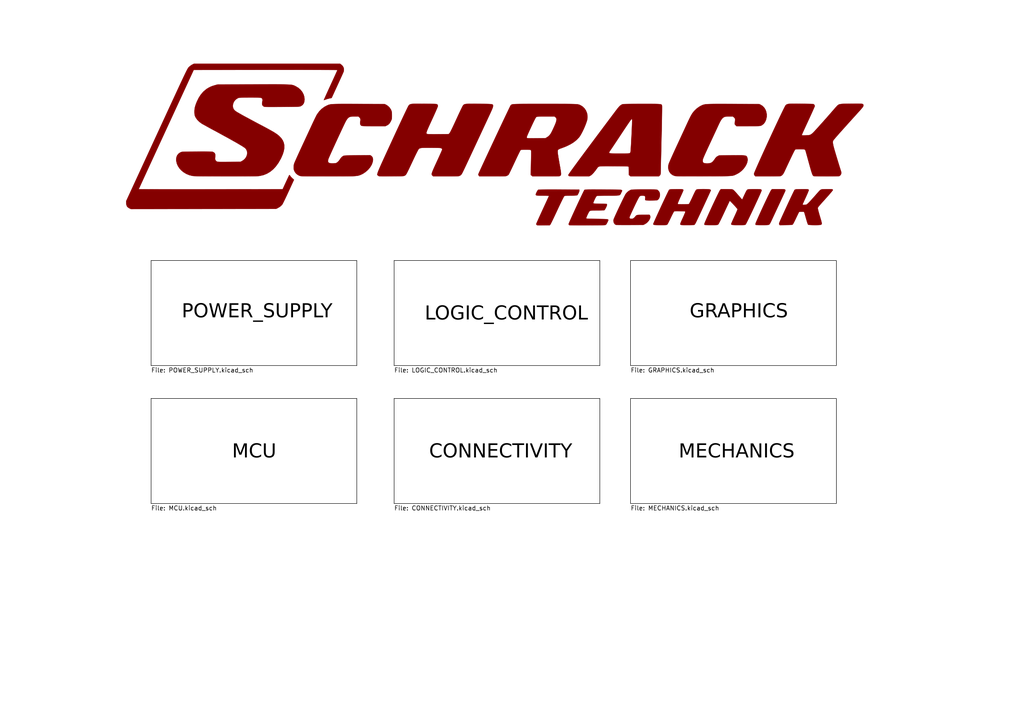
<source format=kicad_sch>
(kicad_sch (version 20231120) (generator "eeschema") (generator_version "8.0")
  (paper "A4")
  (title_block (title "SchrackStopwatch") (date "2024-08-14") (rev "v.1.0.0") (company "SPS NA PROSEKU") (comment 1 "SAVVA POPOV"))
  (lib_symbols
    (symbol "SCHRACK:LOGO" (pin_names (offset 1.016)))
  )
  (symbol (lib_id "SCHRACK:LOGO") (at 143.51 41.91 0) (unit 1)
    (property "Reference" "#G1" (effects (hide yes)))
    (property "Value" "LOGO" (effects (hide yes)))
  )
  (sheet (at 182.88 115.57) (size 59.69 30.48) (stroke (width 0.1524) (color 0 0 0 1)) (fill (color 255 255 255 1.0000))
    (property "Sheetname" "MECHANICS" (at 196.85 133.35 0) (effects (font (size 4 4)) (justify left bottom)))
    (property "Sheetfile" "MECHANICS.kicad_sch" (at 182.88 146.6346 0) (effects (justify left top)))
  )
  (sheet (at 43.815 75.565) (size 59.69 30.48) (stroke (width 0.1524) (color 0 0 0 1)) (fill (color 255 255 255 1.0000))
    (property "Sheetname" "POWER_SUPPLY" (at 52.705 92.71 0) (effects (font (size 4 4)) (justify left bottom)))
    (property "Sheetfile" "POWER_SUPPLY.kicad_sch" (at 43.815 106.6296 0) (effects (justify left top)))
  )
  (sheet (at 114.3 115.57) (size 59.69 30.48) (stroke (width 0.1524) (color 0 0 0 1)) (fill (color 255 255 255 1.0000))
    (property "Sheetname" "CONNECTIVITY" (at 124.46 133.35 0) (effects (font (size 4 4)) (justify left bottom)))
    (property "Sheetfile" "CONNECTIVITY.kicad_sch" (at 114.3 146.6346 0) (effects (justify left top)))
  )
  (sheet (at 43.815 115.57) (size 59.69 30.48) (stroke (width 0.1524) (color 0 0 0 1)) (fill (color 255 255 255 1.0000))
    (property "Sheetname" "MCU" (at 67.31 133.35 0) (effects (font (size 4 4)) (justify left bottom)))
    (property "Sheetfile" "MCU.kicad_sch" (at 43.815 146.6346 0) (effects (justify left top)))
  )
  (sheet (at 114.3 75.565) (size 59.69 30.48) (stroke (width 0.1524) (color 0 0 0 1)) (fill (color 255 255 255 1.0000))
    (property "Sheetname" "LOGIC_CONTROL" (at 123.19 93.345 0) (effects (font (size 4 4)) (justify left bottom)))
    (property "Sheetfile" "LOGIC_CONTROL.kicad_sch" (at 114.3 106.6296 0) (effects (justify left top)))
  )
  (sheet (at 182.88 75.565) (size 59.69 30.48) (stroke (width 0.1524) (color 0 0 0 1)) (fill (color 255 255 255 1.0000))
    (property "Sheetname" "GRAPHICS" (at 200.025 92.71 0) (effects (font (size 4 4)) (justify left bottom)))
    (property "Sheetfile" "GRAPHICS.kicad_sch" (at 182.88 106.6296 0) (effects (justify left top)))
  )
)
</source>
